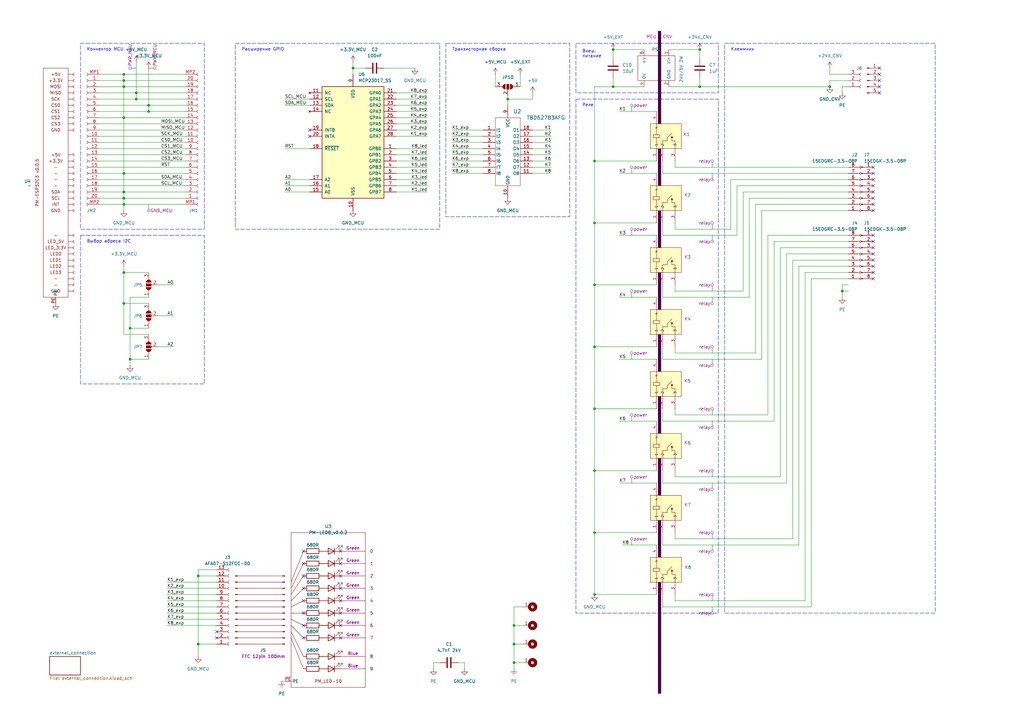
<source format=kicad_sch>
(kicad_sch (version 20250114) (generator "eeschema") (generator_version "9.0")
  (paper "A3")
  (title_block (title "${article} v${version}") (date "2024-05-29") (comment 2 "Konstantin"))
  (rectangle (start 269.875 12.7) (end 271.145 284.48) (stroke (width 0) (type dot) (color 72 0 72 1)) (fill (type color) (color 72 0 72 1)))
  (rectangle (start 96.52 17.78) (end 180.34 93.98) (stroke (width 0) (type dash)))
  (rectangle (start 33.02 96.52) (end 83.82 157.48) (stroke (width 0) (type dash)))
  (rectangle (start 33.02 17.78) (end 83.82 93.98) (stroke (width 0) (type dash)))
  (rectangle (start 236.22 40.64) (end 294.64 251.46) (stroke (width 0) (type dash)))
  (rectangle (start 297.18 17.78) (end 383.54 251.46) (stroke (width 0) (type dash)))
  (rectangle (start 182.88 17.78) (end 233.68 88.9) (stroke (width 0) (type dash)))
  (rectangle (start 236.22 17.78) (end 294.64 38.1) (stroke (width 0) (type dash)))
  (text "MCU" (at 269.24 15.24 0) (effects (font (size 1.27 1.27)) (justify right)))
  (text "CNV" (at 271.78 15.24 0) (effects (font (size 1.27 1.27)) (justify left)))
  (text "Выбор адреса I2C" (at 35.56 99.06 0) (effects (font (size 1.27 1.27)) (justify left)))
  (text "Расширение GPIO" (at 99.06 20.32 0) (effects (font (size 1.27 1.27)) (justify left)))
  (text "Транзисторная сборка" (at 185.42 20.32 0) (effects (font (size 1.27 1.27)) (justify left)))
  (text "Реле" (at 238.76 43.18 0) (effects (font (size 1.27 1.27)) (justify left)))
  (text "Клеммник" (at 299.72 20.32 0) (effects (font (size 1.27 1.27)) (justify left)))
  (text "Внеш.\nпитание" (at 238.76 20.32 0) (effects (font (size 1.27 1.27)) (justify left top)))
  (text "Коннектор MCU" (at 35.56 20.32 0) (effects (font (size 1.27 1.27)) (justify left)))
  (junction (at 53.34 134.62))
  (junction (at 251.46 20.32))
  (junction (at 243.84 243.84))
  (junction (at 243.84 142.24))
  (junction (at 251.46 35.56))
  (junction (at 50.8 48.26))
  (junction (at 144.78 27.94))
  (junction (at 243.84 218.44))
  (junction (at 55.88 40.64))
  (junction (at 50.8 33.02))
  (junction (at 243.84 167.64))
  (junction (at 243.84 66.04))
  (junction (at 53.34 147.32))
  (junction (at 60.96 43.18))
  (junction (at 50.8 35.56))
  (junction (at 345.44 119.38))
  (junction (at 81.28 264.16))
  (junction (at 50.8 30.48))
  (junction (at 210.82 271.78))
  (junction (at 287.02 35.56))
  (junction (at 50.8 78.74))
  (junction (at 210.82 264.16))
  (junction (at 50.8 71.12))
  (junction (at 50.8 124.46))
  (junction (at 287.02 20.32))
  (junction (at 340.36 35.56))
  (junction (at 50.8 81.28))
  (junction (at 55.88 38.1))
  (junction (at 50.8 83.82))
  (junction (at 210.82 256.54))
  (junction (at 208.28 40.64))
  (junction (at 243.84 193.04))
  (junction (at 81.28 236.22))
  (junction (at 50.8 111.76))
  (junction (at 243.84 116.84))
  (junction (at 60.96 45.72))
  (junction (at 243.84 91.44))
  (no_connect (at 124.46 256.54))
  (no_connect (at 358.14 83.82))
  (no_connect (at 358.14 96.52))
  (no_connect (at 127 53.34))
  (no_connect (at 127 55.88))
  (no_connect (at 124.46 231.14))
  (no_connect (at 358.14 78.74))
  (no_connect (at 358.14 99.06))
  (no_connect (at 358.14 73.66))
  (no_connect (at 360.68 35.56))
  (no_connect (at 88.9 259.08))
  (no_connect (at 139.7 256.54))
  (no_connect (at 358.14 86.36))
  (no_connect (at 360.68 38.1))
  (no_connect (at 124.46 226.06))
  (no_connect (at 124.46 246.38))
  (no_connect (at 360.68 27.94))
  (no_connect (at 124.46 236.22))
  (no_connect (at 88.9 261.62))
  (no_connect (at 358.14 71.12))
  (no_connect (at 358.14 101.6))
  (no_connect (at 358.14 106.68))
  (no_connect (at 360.68 30.48))
  (no_connect (at 358.14 81.28))
  (no_connect (at 139.7 251.46))
  (no_connect (at 139.7 261.62))
  (no_connect (at 139.7 231.14))
  (no_connect (at 358.14 114.3))
  (no_connect (at 360.68 33.02))
  (no_connect (at 139.7 241.3))
  (no_connect (at 124.46 241.3))
  (no_connect (at 358.14 76.2))
  (no_connect (at 139.7 236.22))
  (no_connect (at 358.14 109.22))
  (no_connect (at 139.7 246.38))
  (no_connect (at 358.14 68.58))
  (no_connect (at 139.7 226.06))
  (no_connect (at 124.46 261.62))
  (no_connect (at 358.14 111.76))
  (no_connect (at 124.46 251.46))
  (no_connect (at 358.14 104.14))
  (wire (pts (xy 185.42 68.58) (xy 198.12 68.58)))
  (wire (pts (xy 210.82 248.92) (xy 210.82 256.54)))
  (wire (pts (xy 269.24 243.84) (xy 243.84 243.84)))
  (wire (pts (xy 185.42 58.42) (xy 198.12 58.42)))
  (wire (pts (xy 60.96 124.46) (xy 50.8 124.46)))
  (wire (pts (xy 175.26 55.88) (xy 162.56 55.88)))
  (wire (pts (xy 175.26 45.72) (xy 162.56 45.72)))
  (wire (pts (xy 50.8 35.56) (xy 50.8 48.26)))
  (wire (pts (xy 226.06 66.04) (xy 218.44 66.04)))
  (wire (pts (xy 345.44 119.38) (xy 347.98 119.38)))
  (wire (pts (xy 185.42 55.88) (xy 198.12 55.88)))
  (wire (pts (xy 327.66 109.22) (xy 347.98 109.22)))
  (wire (pts (xy 185.42 63.5) (xy 198.12 63.5)))
  (wire (pts (xy 210.82 256.54) (xy 210.82 264.16)))
  (wire (pts (xy 88.9 254) (xy 68.58 254)))
  (wire (pts (xy 276.86 195.58) (xy 320.04 195.58)))
  (wire (pts (xy 190.5 274.32) (xy 190.5 271.78)))
  (wire (pts (xy 40.64 35.56) (xy 50.8 35.56)))
  (wire (pts (xy 271.78 248.92) (xy 271.78 243.84)))
  (wire (pts (xy 276.86 66.04) (xy 276.86 68.58)))
  (wire (pts (xy 347.98 78.74) (xy 304.8 78.74)))
  (wire (pts (xy 175.26 40.64) (xy 162.56 40.64)))
  (wire (pts (xy 271.78 248.92) (xy 332.74 248.92)))
  (wire (pts (xy 269.24 96.52) (xy 254 96.52)))
  (wire (pts (xy 304.8 119.38) (xy 304.8 78.74)))
  (wire (pts (xy 276.86 119.38) (xy 304.8 119.38)))
  (wire (pts (xy 50.8 35.56) (xy 76.2 35.56)))
  (wire (pts (xy 276.86 144.78) (xy 309.88 144.78)))
  (wire (pts (xy 271.78 71.12) (xy 347.98 71.12)))
  (wire (pts (xy 88.9 243.84) (xy 68.58 243.84)))
  (wire (pts (xy 144.78 27.94) (xy 149.86 27.94)))
  (wire (pts (xy 243.84 91.44) (xy 243.84 116.84)))
  (wire (pts (xy 210.82 271.78) (xy 214.63 271.78)))
  (wire (pts (xy 175.26 60.96) (xy 162.56 60.96)))
  (wire (pts (xy 40.64 55.88) (xy 76.2 55.88)))
  (wire (pts (xy 88.9 256.54) (xy 68.58 256.54)))
  (wire (pts (xy 243.84 142.24) (xy 243.84 167.64)))
  (wire (pts (xy 50.8 71.12) (xy 76.2 71.12)))
  (wire (pts (xy 116.84 43.18) (xy 127 43.18)))
  (wire (pts (xy 276.86 116.84) (xy 276.86 119.38)))
  (wire (pts (xy 347.98 30.48) (xy 340.36 30.48)))
  (wire (pts (xy 276.86 142.24) (xy 276.86 144.78)))
  (wire (pts (xy 320.04 101.6) (xy 347.98 101.6)))
  (wire (pts (xy 40.64 48.26) (xy 50.8 48.26)))
  (wire (pts (xy 116.84 73.66) (xy 127 73.66)))
  (wire (pts (xy 276.86 218.44) (xy 276.86 220.98)))
  (wire (pts (xy 88.9 264.16) (xy 81.28 264.16)))
  (wire (pts (xy 40.64 83.82) (xy 50.8 83.82)))
  (wire (pts (xy 271.78 96.52) (xy 271.78 91.44)))
  (wire (pts (xy 299.72 73.66) (xy 299.72 93.98)))
  (wire (pts (xy 271.78 172.72) (xy 317.5 172.72)))
  (wire (pts (xy 157.48 27.94) (xy 170.18 27.94)))
  (wire (pts (xy 40.64 81.28) (xy 50.8 81.28)))
  (wire (pts (xy 60.96 147.32) (xy 53.34 147.32)))
  (wire (pts (xy 269.24 45.72) (xy 254 45.72)))
  (wire (pts (xy 210.82 274.32) (xy 210.82 271.78)))
  (wire (pts (xy 312.42 86.36) (xy 312.42 147.32)))
  (wire (pts (xy 50.8 81.28) (xy 76.2 81.28)))
  (wire (pts (xy 88.9 251.46) (xy 68.58 251.46)))
  (wire (pts (xy 226.06 68.58) (xy 218.44 68.58)))
  (wire (pts (xy 276.86 193.04) (xy 276.86 195.58)))
  (wire (pts (xy 40.64 58.42) (xy 76.2 58.42)))
  (wire (pts (xy 271.78 198.12) (xy 322.58 198.12)))
  (wire (pts (xy 116.84 60.96) (xy 127 60.96)))
  (wire (pts (xy 180.34 271.78) (xy 177.8 271.78)))
  (wire (pts (xy 208.28 40.64) (xy 208.28 43.18)))
  (wire (pts (xy 40.64 33.02) (xy 50.8 33.02)))
  (wire (pts (xy 345.44 35.56) (xy 345.44 38.1)))
  (wire (pts (xy 251.46 35.56) (xy 251.46 31.75)))
  (wire (pts (xy 332.74 114.3) (xy 332.74 248.92)))
  (wire (pts (xy 243.84 193.04) (xy 243.84 218.44)))
  (wire (pts (xy 40.64 68.58) (xy 76.2 68.58)))
  (wire (pts (xy 287.02 20.32) (xy 287.02 24.13)))
  (wire (pts (xy 243.84 116.84) (xy 269.24 116.84)))
  (wire (pts (xy 271.78 223.52) (xy 327.66 223.52)))
  (wire (pts (xy 243.84 116.84) (xy 243.84 142.24)))
  (wire (pts (xy 55.88 40.64) (xy 76.2 40.64)))
  (wire (pts (xy 274.32 20.32) (xy 287.02 20.32)))
  (wire (pts (xy 271.78 223.52) (xy 271.78 218.44)))
  (wire (pts (xy 175.26 43.18) (xy 162.56 43.18)))
  (wire (pts (xy 269.24 121.92) (xy 254 121.92)))
  (wire (pts (xy 325.12 106.68) (xy 325.12 220.98)))
  (wire (pts (xy 175.26 38.1) (xy 162.56 38.1)))
  (wire (pts (xy 175.26 63.5) (xy 162.56 63.5)))
  (wire (pts (xy 175.26 53.34) (xy 162.56 53.34)))
  (wire (pts (xy 269.24 223.52) (xy 255.27 223.52)))
  (wire (pts (xy 175.26 73.66) (xy 162.56 73.66)))
  (wire (pts (xy 243.84 167.64) (xy 269.24 167.64)))
  (wire (pts (xy 287.02 31.75) (xy 287.02 35.56)))
  (wire (pts (xy 175.26 76.2) (xy 162.56 76.2)))
  (wire (pts (xy 302.26 76.2) (xy 302.26 96.52)))
  (wire (pts (xy 347.98 83.82) (xy 309.88 83.82)))
  (wire (pts (xy 50.8 83.82) (xy 76.2 83.82)))
  (wire (pts (xy 271.78 198.12) (xy 271.78 193.04)))
  (wire (pts (xy 40.64 78.74) (xy 50.8 78.74)))
  (wire (pts (xy 330.2 111.76) (xy 330.2 246.38)))
  (wire (pts (xy 50.8 124.46) (xy 50.8 111.76)))
  (wire (pts (xy 50.8 78.74) (xy 50.8 81.28)))
  (wire (pts (xy 347.98 33.02) (xy 340.36 33.02)))
  (wire (pts (xy 218.44 38.1) (xy 218.44 40.64)))
  (wire (pts (xy 276.86 167.64) (xy 276.86 170.18)))
  (wire (pts (xy 226.06 71.12) (xy 218.44 71.12)))
  (wire (pts (xy 271.78 121.92) (xy 307.34 121.92)))
  (wire (pts (xy 81.28 236.22) (xy 81.28 264.16)))
  (wire (pts (xy 309.88 144.78) (xy 309.88 83.82)))
  (wire (pts (xy 185.42 53.34) (xy 198.12 53.34)))
  (wire (pts (xy 276.86 243.84) (xy 276.86 246.38)))
  (wire (pts (xy 185.42 66.04) (xy 198.12 66.04)))
  (wire (pts (xy 177.8 271.78) (xy 177.8 274.32)))
  (wire (pts (xy 214.63 256.54) (xy 210.82 256.54)))
  (wire (pts (xy 88.9 241.3) (xy 68.58 241.3)))
  (wire (pts (xy 322.58 104.14) (xy 347.98 104.14)))
  (wire (pts (xy 144.78 25.4) (xy 144.78 27.94)))
  (wire (pts (xy 175.26 50.8) (xy 162.56 50.8)))
  (wire (pts (xy 40.64 43.18) (xy 60.96 43.18)))
  (wire (pts (xy 325.12 106.68) (xy 347.98 106.68)))
  (wire (pts (xy 269.24 66.04) (xy 243.84 66.04)))
  (wire (pts (xy 185.42 60.96) (xy 198.12 60.96)))
  (wire (pts (xy 50.8 81.28) (xy 50.8 83.82)))
  (wire (pts (xy 88.9 233.68) (xy 81.28 233.68)))
  (wire (pts (xy 64.77 129.54) (xy 71.12 129.54)))
  (wire (pts (xy 276.86 68.58) (xy 347.98 68.58)))
  (wire (pts (xy 64.77 116.84) (xy 71.12 116.84)))
  (wire (pts (xy 276.86 246.38) (xy 330.2 246.38)))
  (wire (pts (xy 214.63 248.92) (xy 210.82 248.92)))
  (wire (pts (xy 50.8 33.02) (xy 76.2 33.02)))
  (wire (pts (xy 271.78 121.92) (xy 271.78 116.84)))
  (wire (pts (xy 307.34 81.28) (xy 307.34 121.92)))
  (wire (pts (xy 317.5 99.06) (xy 347.98 99.06)))
  (wire (pts (xy 40.64 63.5) (xy 76.2 63.5)))
  (wire (pts (xy 345.44 116.84) (xy 345.44 119.38)))
  (wire (pts (xy 40.64 66.04) (xy 76.2 66.04)))
  (wire (pts (xy 320.04 101.6) (xy 320.04 195.58)))
  (wire (pts (xy 88.9 238.76) (xy 68.58 238.76)))
  (wire (pts (xy 175.26 68.58) (xy 162.56 68.58)))
  (wire (pts (xy 53.34 121.92) (xy 53.34 134.62)))
  (wire (pts (xy 203.2 30.48) (xy 203.2 35.56)))
  (wire (pts (xy 116.84 78.74) (xy 127 78.74)))
  (wire (pts (xy 50.8 71.12) (xy 50.8 78.74)))
  (wire (pts (xy 243.84 167.64) (xy 243.84 193.04)))
  (wire (pts (xy 276.86 220.98) (xy 325.12 220.98)))
  (wire (pts (xy 40.64 40.64) (xy 55.88 40.64)))
  (wire (pts (xy 53.34 134.62) (xy 53.34 147.32)))
  (wire (pts (xy 190.5 271.78) (xy 187.96 271.78)))
  (wire (pts (xy 347.98 116.84) (xy 345.44 116.84)))
  (wire (pts (xy 276.86 91.44) (xy 276.86 93.98)))
  (wire (pts (xy 50.8 111.76) (xy 60.96 111.76)))
  (wire (pts (xy 50.8 137.16) (xy 50.8 124.46)))
  (wire (pts (xy 50.8 83.82) (xy 50.8 86.36)))
  (wire (pts (xy 269.24 71.12) (xy 254 71.12)))
  (wire (pts (xy 226.06 60.96) (xy 218.44 60.96)))
  (wire (pts (xy 276.86 93.98) (xy 299.72 93.98)))
  (wire (pts (xy 276.86 170.18) (xy 314.96 170.18)))
  (wire (pts (xy 210.82 264.16) (xy 210.82 271.78)))
  (wire (pts (xy 243.84 218.44) (xy 269.24 218.44)))
  (wire (pts (xy 81.28 233.68) (xy 81.28 236.22)))
  (wire (pts (xy 347.98 76.2) (xy 302.26 76.2)))
  (wire (pts (xy 185.42 71.12) (xy 198.12 71.12)))
  (wire (pts (xy 226.06 63.5) (xy 218.44 63.5)))
  (wire (pts (xy 50.8 78.74) (xy 76.2 78.74)))
  (wire (pts (xy 271.78 147.32) (xy 271.78 142.24)))
  (wire (pts (xy 55.88 25.4) (xy 55.88 38.1)))
  (wire (pts (xy 271.78 147.32) (xy 312.42 147.32)))
  (wire (pts (xy 40.64 45.72) (xy 60.96 45.72)))
  (wire (pts (xy 208.28 39.37) (xy 208.28 40.64)))
  (wire (pts (xy 345.44 119.38) (xy 345.44 121.92)))
  (wire (pts (xy 287.02 35.56) (xy 274.32 35.56)))
  (wire (pts (xy 88.9 248.92) (xy 68.58 248.92)))
  (wire (pts (xy 81.28 236.22) (xy 88.9 236.22)))
  (wire (pts (xy 243.84 193.04) (xy 269.24 193.04)))
  (wire (pts (xy 314.96 96.52) (xy 314.96 170.18)))
  (wire (pts (xy 60.96 43.18) (xy 76.2 43.18)))
  (wire (pts (xy 214.63 264.16) (xy 210.82 264.16)))
  (wire (pts (xy 314.96 96.52) (xy 347.98 96.52)))
  (wire (pts (xy 40.64 76.2) (xy 76.2 76.2)))
  (wire (pts (xy 175.26 66.04) (xy 162.56 66.04)))
  (wire (pts (xy 271.78 96.52) (xy 302.26 96.52)))
  (wire (pts (xy 175.26 71.12) (xy 162.56 71.12)))
  (wire (pts (xy 340.36 30.48) (xy 340.36 27.94)))
  (wire (pts (xy 116.84 40.64) (xy 127 40.64)))
  (wire (pts (xy 264.16 20.32) (xy 251.46 20.32)))
  (wire (pts (xy 269.24 172.72) (xy 254 172.72)))
  (wire (pts (xy 347.98 86.36) (xy 312.42 86.36)))
  (wire (pts (xy 40.64 60.96) (xy 76.2 60.96)))
  (wire (pts (xy 213.36 30.48) (xy 213.36 35.56)))
  (wire (pts (xy 55.88 38.1) (xy 76.2 38.1)))
  (wire (pts (xy 347.98 111.76) (xy 330.2 111.76)))
  (wire (pts (xy 226.06 53.34) (xy 218.44 53.34)))
  (wire (pts (xy 115.57 279.4) (xy 116.84 279.4)))
  (wire (pts (xy 347.98 114.3) (xy 332.74 114.3)))
  (wire (pts (xy 243.84 66.04) (xy 243.84 91.44)))
  (wire (pts (xy 40.64 53.34) (xy 76.2 53.34)))
  (wire (pts (xy 116.84 76.2) (xy 127 76.2)))
  (wire (pts (xy 226.06 55.88) (xy 218.44 55.88)))
  (wire (pts (xy 50.8 33.02) (xy 50.8 35.56)))
  (wire (pts (xy 175.26 78.74) (xy 162.56 78.74)))
  (wire (pts (xy 60.96 27.94) (xy 60.96 43.18)))
  (wire (pts (xy 269.24 91.44) (xy 243.84 91.44)))
  (wire (pts (xy 50.8 48.26) (xy 76.2 48.26)))
  (wire (pts (xy 269.24 147.32) (xy 254 147.32)))
  (wire (pts (xy 60.96 121.92) (xy 53.34 121.92)))
  (wire (pts (xy 243.84 218.44) (xy 243.84 243.84)))
  (wire (pts (xy 40.64 73.66) (xy 76.2 73.66)))
  (wire (pts (xy 271.78 71.12) (xy 271.78 66.04)))
  (wire (pts (xy 347.98 35.56) (xy 345.44 35.56)))
  (wire (pts (xy 60.96 43.18) (xy 60.96 45.72)))
  (wire (pts (xy 60.96 45.72) (xy 76.2 45.72)))
  (wire (pts (xy 64.77 142.24) (xy 71.12 142.24)))
  (wire (pts (xy 40.64 30.48) (xy 50.8 30.48)))
  (wire (pts (xy 175.26 48.26) (xy 162.56 48.26)))
  (wire (pts (xy 144.78 27.94) (xy 144.78 30.48)))
  (wire (pts (xy 50.8 30.48) (xy 76.2 30.48)))
  (wire (pts (xy 327.66 109.22) (xy 327.66 223.52)))
  (wire (pts (xy 53.34 147.32) (xy 53.34 149.86)))
  (wire (pts (xy 88.9 246.38) (xy 68.58 246.38)))
  (wire (pts (xy 271.78 172.72) (xy 271.78 167.64)))
  (wire (pts (xy 40.64 38.1) (xy 55.88 38.1)))
  (wire (pts (xy 81.28 264.16) (xy 81.28 269.24)))
  (wire (pts (xy 40.64 71.12) (xy 50.8 71.12)))
  (wire (pts (xy 50.8 30.48) (xy 50.8 33.02)))
  (wire (pts (xy 50.8 48.26) (xy 50.8 71.12)))
  (wire (pts (xy 40.64 50.8) (xy 76.2 50.8)))
  (wire (pts (xy 60.96 134.62) (xy 53.34 134.62)))
  (wire (pts (xy 317.5 99.06) (xy 317.5 172.72)))
  (wire (pts (xy 243.84 35.56) (xy 243.84 66.04)))
  (wire (pts (xy 226.06 58.42) (xy 218.44 58.42)))
  (wire (pts (xy 347.98 81.28) (xy 307.34 81.28)))
  (wire (pts (xy 251.46 20.32) (xy 251.46 24.13)))
  (wire (pts (xy 264.16 35.56) (xy 251.46 35.56)))
  (wire (pts (xy 269.24 198.12) (xy 254 198.12)))
  (wire (pts (xy 340.36 33.02) (xy 340.36 35.56)))
  (wire (pts (xy 55.88 38.1) (xy 55.88 40.64)))
  (wire (pts (xy 50.8 109.22) (xy 50.8 111.76)))
  (wire (pts (xy 287.02 35.56) (xy 340.36 35.56)))
  (wire (pts (xy 218.44 40.64) (xy 208.28 40.64)))
  (wire (pts (xy 60.96 137.16) (xy 50.8 137.16)))
  (wire (pts (xy 299.72 73.66) (xy 347.98 73.66)))
  (wire (pts (xy 243.84 35.56) (xy 251.46 35.56)))
  (wire (pts (xy 322.58 104.14) (xy 322.58 198.12)))
  (wire (pts (xy 243.84 142.24) (xy 269.24 142.24)))
  (label "K8_led" (at 175.26 60.96 180))
  (label "A1" (at 116.84 76.2 0))
  (label "K4" (at 226.06 60.96 180))
  (label "A0" (at 116.84 78.74 0))
  (label "K6_exp" (at 175.26 43.18 180))
  (label "A2" (at 116.84 73.66 0))
  (label "CS1_MCU" (at 66.04 60.96 0))
  (label "CS2_MCU" (at 66.04 63.5 0))
  (label "K7_exp" (at 185.42 68.58 0))
  (label "K6_exp" (at 68.58 251.46 0))
  (label "A1" (at 71.12 129.54 180))
  (label "K5_exp" (at 175.26 45.72 180))
  (label "K2_exp" (at 185.42 55.88 0))
  (label "K5_exp" (at 185.42 63.5 0))
  (label "A0" (at 71.12 116.84 180))
  (label "MOSI_MCU" (at 66.04 50.8 0))
  (label "K2_exp" (at 175.26 53.34 180))
  (label "CS0_MCU" (at 66.04 58.42 0))
  (label "K2" (at 254 71.12 0))
  (label "K1_exp" (at 185.42 53.34 0))
  (label "SCL_MCU" (at 116.84 40.64 0))
  (label "K3" (at 226.06 58.42 180))
  (label "K8_exp" (at 185.42 71.12 0))
  (label "K7_exp" (at 68.58 254 0))
  (label "K1_led" (at 175.26 78.74 180))
  (label "SCL_MCU" (at 66.04 76.2 0))
  (label "K4" (at 254 121.92 0))
  (label "MISO_MCU" (at 66.04 53.34 0))
  (label "K3" (at 254 96.52 0))
  (label "K8" (at 226.06 71.12 180))
  (label "K1_exp" (at 68.58 238.76 0))
  (label "K1" (at 226.06 53.34 180))
  (label "K4_exp" (at 185.42 60.96 0))
  (label "K5_led" (at 175.26 68.58 180))
  (label "K7" (at 226.06 68.58 180))
  (label "K2_led" (at 175.26 76.2 180))
  (label "K2" (at 226.06 55.88 180))
  (label "K3_exp" (at 185.42 58.42 0))
  (label "RST" (at 66.04 68.58 0))
  (label "K4_exp" (at 68.58 246.38 0))
  (label "K7_exp" (at 175.26 40.64 180))
  (label "K2_exp" (at 68.58 241.3 0))
  (label "K8" (at 255.27 223.52 0))
  (label "K8_exp" (at 68.58 256.54 0))
  (label "K4_exp" (at 175.26 48.26 180))
  (label "K6_exp" (at 185.42 66.04 0))
  (label "K5_exp" (at 68.58 248.92 0))
  (label "K3_exp" (at 175.26 50.8 180))
  (label "K1_exp" (at 175.26 55.88 180))
  (label "A2" (at 71.12 142.24 180))
  (label "SCK_MCU" (at 66.04 55.88 0))
  (label "K3_led" (at 175.26 73.66 180))
  (label "K6" (at 226.06 66.04 180))
  (label "K6" (at 254 172.72 0))
  (label "K1" (at 254 45.72 0))
  (label "K3_exp" (at 68.58 243.84 0))
  (label "SDA_MCU" (at 116.84 43.18 0))
  (label "K7_led" (at 175.26 63.5 180))
  (label "K6_led" (at 175.26 66.04 180))
  (label "SDA_MCU" (at 66.04 73.66 0))
  (label "K5" (at 254 147.32 0))
  (label "CS3_MCU" (at 66.04 66.04 0))
  (label "K7" (at 254 198.12 0))
  (label "K5" (at 226.06 63.5 180))
  (label "K4_led" (at 175.26 71.12 180))
  (label "RST" (at 116.84 60.96 0))
  (label "K8_exp" (at 175.26 38.1 180))
  (netclass_flag "" (length 2.54) (shape round) (at 259.08 71.12 0) (property "Netclass" "power" (at 259.7785 68.58 0) (effects (font (italic yes)) (justify left))))
  (netclass_flag "" (length 2.54) (shape round) (at 292.1 172.72 180) (property "Netclass" "relay" (at 291.4015 175.26 0) (effects (font (italic yes)) (justify right))))
  (netclass_flag "" (length 2.54) (shape round) (at 292.1 170.18 0) (property "Netclass" "relay" (at 291.4015 167.64 0) (effects (font (italic yes)) (justify right))))
  (netclass_flag "" (length 2.54) (shape round) (at 259.08 147.32 0) (property "Netclass" "power" (at 259.7785 144.78 0) (effects (font (italic yes)) (justify left))))
  (netclass_flag "" (length 2.54) (shape round) (at 259.08 172.72 0) (property "Netclass" "power" (at 259.7785 170.18 0) (effects (font (italic yes)) (justify left))))
  (netclass_flag "" (length 2.54) (shape round) (at 292.1 68.58 0) (property "Netclass" "relay" (at 291.4015 66.04 0) (effects (font (italic yes)) (justify right))))
  (netclass_flag "" (length 2.54) (shape round) (at 292.1 71.12 180) (property "Netclass" "relay" (at 291.4015 73.66 0) (effects (font (italic yes)) (justify right))))
  (netclass_flag "" (length 2.54) (shape round) (at 259.08 45.72 0) (property "Netclass" "power" (at 259.7785 43.18 0) (effects (font (italic yes)) (justify left))))
  (netclass_flag "" (length 2.54) (shape round) (at 292.1 220.98 0) (property "Netclass" "relay" (at 291.4015 218.44 0) (effects (font (italic yes)) (justify right))))
  (netclass_flag "" (length 2.54) (shape round) (at 292.1 195.58 0) (property "Netclass" "relay" (at 291.4015 193.04 0) (effects (font (italic yes)) (justify right))))
  (netclass_flag "" (length 2.54) (shape round) (at 60.96 83.82 180) (property "Netclass" "GND_MCU" (at 61.6585 86.36 0) (effects (justify left))))
  (netclass_flag "" (length 2.54) (shape round) (at 292.1 223.52 180) (property "Netclass" "relay" (at 291.4015 226.06 0) (effects (font (italic yes)) (justify right))))
  (netclass_flag "" (length 2.54) (shape round) (at 60.96 27.94 270) (property "Netclass" "PWR_MCU" (at 63.5 27.2415 90) (effects (font (italic yes)) (justify left))))
  (netclass_flag "" (length 2.54) (shape round) (at 292.1 93.98 0) (property "Netclass" "relay" (at 291.4015 91.44 0) (effects (font (italic yes)) (justify right))))
  (netclass_flag "" (length 2.54) (shape round) (at 259.08 198.12 0) (property "Netclass" "power" (at 259.7785 195.58 0) (effects (font (italic yes)) (justify left))))
  (netclass_flag "" (length 2.54) (shape round) (at 292.1 147.32 180) (property "Netclass" "relay" (at 291.4015 149.86 0) (effects (font (italic yes)) (justify right))))
  (netclass_flag "" (length 2.54) (shape round) (at 292.1 246.38 0) (property "Netclass" "relay" (at 291.4015 243.84 0) (effects (font (italic yes)) (justify right))))
  (netclass_flag "" (length 2.54) (shape round) (at 259.08 223.52 0) (property "Netclass" "power" (at 259.7785 220.98 0) (effects (font (italic yes)) (justify left))))
  (netclass_flag "" (length 2.54) (shape round) (at 259.08 96.52 0) (property "Netclass" "power" (at 259.7785 93.98 0) (effects (font (italic yes)) (justify left))))
  (netclass_flag "" (length 2.54) (shape round) (at 292.1 119.38 0) (property "Netclass" "relay" (at 291.4015 116.84 0) (effects (font (italic yes)) (justify right))))
  (netclass_flag "" (length 2.54) (shape round) (at 292.1 121.92 180) (property "Netclass" "relay" (at 291.4015 124.46 0) (effects (font (italic yes)) (justify right))))
  (netclass_flag "" (length 2.54) (shape round) (at 292.1 198.12 180) (property "Netclass" "relay" (at 291.4015 200.66 0) (effects (font (italic yes)) (justify right))))
  (netclass_flag "" (length 2.54) (shape round) (at 292.1 144.78 0) (property "Netclass" "relay" (at 291.4015 142.24 0) (effects (font (italic yes)) (justify right))))
  (netclass_flag "" (length 2.54) (shape round) (at 292.1 248.92 180) (property "Netclass" "relay" (at 291.4015 251.46 0) (effects (font (italic yes)) (justify right))))
  (netclass_flag "" (length 2.54) (shape round) (at 292.1 96.52 180) (property "Netclass" "relay" (at 291.4015 99.06 0) (effects (font (italic yes)) (justify right))))
  (netclass_flag "" (length 2.54) (shape round) (at 55.88 27.94 90) (property "Netclass" "PWR_MCU" (at 53.34 27.2415 90) (effects (font (italic yes)) (justify left))))
  (netclass_flag "" (length 2.54) (shape round) (at 259.08 121.92 0) (property "Netclass" "power" (at 259.7785 119.38 0) (effects (font (italic yes)) (justify left))))
  (symbol (lib_id "kicad_inventree_lib:R_680R_0603_1%") (at 128.27 226.06 90) (unit 1) (on_board no)
    (property "Reference" "R34" (effects (hide yes)))
    (property "Value" "680R" (at 128.27 223.52 90))
    (property "Footprint" "Resistor_SMD:R_0603_1608Metric" (effects (hide yes)))
    (property "Datasheet" "http://inventree.network/part/281/" (effects (hide yes)))
    (property "Description" "Resistor" (effects (hide yes)))
    (property "part_ipn" "R_680R_0603_1%" (effects (hide yes)))
  )
  (symbol (lib_id "kicad_inventree_lib:XL-1606SYGC") (at 135.89 246.38 180) (unit 1) (on_board no)
    (property "Reference" "D5" (effects (hide yes)))
    (property "Value" "XL-1606SYGC" (effects (hide yes)))
    (property "Footprint" "kicad_inventree_lib:XL-1606" (effects (hide yes)))
    (property "Datasheet" "http://inventree.network/part/278/" (effects (hide yes)))
    (property "Description" "Green" (at 144.78 245.11 0))
    (property "part_ipn" "XL-1606SYGC" (effects (hide yes)))
  )
  (symbol (lib_id "power:+24V") (at 340.36 27.94 0) (unit 1)
    (property "Reference" "#PWR013" (effects (hide yes)))
    (property "Value" "+24V_CNV" (at 340.36 22.86 0))
    (property "Description" "Power symbol creates a global label with name \"+24V\"" (effects (hide yes)))
  )
  (symbol (lib_id "power:GND") (at 345.44 38.1 0) (mirror y) (unit 1)
    (property "Reference" "#PWR027" (effects (hide yes)))
    (property "Value" "PE" (at 345.44 43.18 0))
    (property "Description" "Power symbol creates a global label with name \"GND\" , ground" (effects (hide yes)))
  )
  (symbol (lib_id "kicad_inventree_lib:G5NB-1A-E-DC5") (at 269.24 170.18 90) (unit 1)
    (property "Reference" "K5" (at 280.67 156.2099 90) (effects (justify right)))
    (property "Value" "G5NB-1A-E-DC5" (effects (hide yes)))
    (property "Footprint" "kicad_inventree_lib:G5NB-1A-E_DC12_RELAY_G5NB-1A_DC5_OMR" (effects (hide yes)))
    (property "Datasheet" "http://inventree.network/part/14/" (effects (hide yes)))
    (property "MF" "Omron Electronics Inc-EMC Div" (effects (hide yes)))
    (property "Description_1" "\nPower PCB Relay, 3A/5A, SPST-NO, 12 VDC, G5NB Series | Omron Electronic Components G5NB-1A-E DC12\n" (effects (hide yes)))
    (property "COPYRIGHT" "Copyright (C) 2023 Ultra Librarian. All rights reserved." (effects (hide yes)))
    (property "Package" "None" (effects (hide yes)))
    (property "Price" "None" (effects (hide yes)))
    (property "Check_prices" "https://www.snapeda.com/parts/G5NB-1A-E%20DC12/Omron+Electronics+Inc-EMC+Div/view-part/?ref=eda" (effects (hide yes)))
    (property "Availability" "In Stock" (effects (hide yes)))
    (property "SnapEDA_Link" "https://www.snapeda.com/parts/G5NB-1A-E%20DC12/Omron+Electronics+Inc-EMC+Div/view-part/?ref=snap" (effects (hide yes)))
    (property "MP" "G5NB-1A-E DC12" (effects (hide yes)))
    (property "Purchase-URL" "https://www.snapeda.com/api/url_track_click_mouser/?unipart_id=3078279&manufacturer=Omron Electronics Inc-EMC Div&part_name=G5NB-1A-E DC12&search_term=g5nb" (effects (hide yes)))
    (property "MFR_NAME" "Omron" (effects (hide yes)))
    (property "MANUFACTURER_PART_NUMBER" "G5NB-1A-E DC12" (effects (hide yes)))
    (property "NextPCB_url" "https://www.hqonline.com/product-detail/oumulong-omron--g5nb-1a-e-5vdc-1025587015" (effects (hide yes)))
    (property "NextPCB_price" "0.88519" (effects (hide yes)))
    (property "part_ipn" "G5NB-1A-E-DC5" (effects (hide yes)))
  )
  (symbol (lib_id "power:+5V") (at 203.2 30.48 0) (unit 1)
    (property "Reference" "#PWR025" (effects (hide yes)))
    (property "Value" "+5V_MCU" (at 203.2 25.4 0))
    (property "Description" "Power symbol creates a global label with name \"+5V\"" (effects (hide yes)))
  )
  (symbol (lib_id "kicad_inventree_lib:G5NB-1A-E-DC5") (at 269.24 119.38 90) (unit 1)
    (property "Reference" "K3" (at 280.67 105.4099 90) (effects (justify right)))
    (property "Value" "G5NB-1A-E-DC5" (effects (hide yes)))
    (property "Footprint" "kicad_inventree_lib:G5NB-1A-E_DC12_RELAY_G5NB-1A_DC5_OMR" (effects (hide yes)))
    (property "Datasheet" "http://inventree.network/part/14/" (effects (hide yes)))
    (property "MF" "Omron Electronics Inc-EMC Div" (effects (hide yes)))
    (property "Description_1" "\nPower PCB Relay, 3A/5A, SPST-NO, 12 VDC, G5NB Series | Omron Electronic Components G5NB-1A-E DC12\n" (effects (hide yes)))
    (property "COPYRIGHT" "Copyright (C) 2023 Ultra Librarian. All rights reserved." (effects (hide yes)))
    (property "Package" "None" (effects (hide yes)))
    (property "Price" "None" (effects (hide yes)))
    (property "Check_prices" "https://www.snapeda.com/parts/G5NB-1A-E%20DC12/Omron+Electronics+Inc-EMC+Div/view-part/?ref=eda" (effects (hide yes)))
    (property "Availability" "In Stock" (effects (hide yes)))
    (property "SnapEDA_Link" "https://www.snapeda.com/parts/G5NB-1A-E%20DC12/Omron+Electronics+Inc-EMC+Div/view-part/?ref=snap" (effects (hide yes)))
    (property "MP" "G5NB-1A-E DC12" (effects (hide yes)))
    (property "Purchase-URL" "https://www.snapeda.com/api/url_track_click_mouser/?unipart_id=3078279&manufacturer=Omron Electronics Inc-EMC Div&part_name=G5NB-1A-E DC12&search_term=g5nb" (effects (hide yes)))
    (property "MFR_NAME" "Omron" (effects (hide yes)))
    (property "MANUFACTURER_PART_NUMBER" "G5NB-1A-E DC12" (effects (hide yes)))
    (property "NextPCB_url" "https://www.hqonline.com/product-detail/oumulong-omron--g5nb-1a-e-5vdc-1025587015" (effects (hide yes)))
    (property "NextPCB_price" "0.88519" (effects (hide yes)))
    (property "part_ipn" "G5NB-1A-E-DC5" (effects (hide yes)))
  )
  (symbol (lib_id "kicad_inventree_lib:R_680R_0603_1%") (at 128.27 251.46 90) (unit 1) (on_board no)
    (property "Reference" "R39" (effects (hide yes)))
    (property "Value" "680R" (at 128.27 248.92 90))
    (property "Footprint" "Resistor_SMD:R_0603_1608Metric" (effects (hide yes)))
    (property "Datasheet" "http://inventree.network/part/281/" (effects (hide yes)))
    (property "Description" "Resistor" (effects (hide yes)))
    (property "part_ipn" "R_680R_0603_1%" (effects (hide yes)))
  )
  (symbol (lib_id "kicad_inventree_lib:G5NB-1A-E-DC5") (at 269.24 246.38 90) (unit 1)
    (property "Reference" "K8" (at 282.194 232.664 90))
    (property "Value" "G5NB-1A-E-DC5" (effects (hide yes)))
    (property "Footprint" "kicad_inventree_lib:G5NB-1A-E_DC12_RELAY_G5NB-1A_DC5_OMR" (effects (hide yes)))
    (property "Datasheet" "http://inventree.network/part/14/" (effects (hide yes)))
    (property "MF" "Omron Electronics Inc-EMC Div" (effects (hide yes)))
    (property "Description_1" "\nPower PCB Relay, 3A/5A, SPST-NO, 12 VDC, G5NB Series | Omron Electronic Components G5NB-1A-E DC12\n" (effects (hide yes)))
    (property "COPYRIGHT" "Copyright (C) 2023 Ultra Librarian. All rights reserved." (effects (hide yes)))
    (property "Package" "None" (effects (hide yes)))
    (property "Price" "None" (effects (hide yes)))
    (property "Check_prices" "https://www.snapeda.com/parts/G5NB-1A-E%20DC12/Omron+Electronics+Inc-EMC+Div/view-part/?ref=eda" (effects (hide yes)))
    (property "Availability" "In Stock" (effects (hide yes)))
    (property "SnapEDA_Link" "https://www.snapeda.com/parts/G5NB-1A-E%20DC12/Omron+Electronics+Inc-EMC+Div/view-part/?ref=snap" (effects (hide yes)))
    (property "MP" "G5NB-1A-E DC12" (effects (hide yes)))
    (property "Purchase-URL" "https://www.snapeda.com/api/url_track_click_mouser/?unipart_id=3078279&manufacturer=Omron Electronics Inc-EMC Div&part_name=G5NB-1A-E DC12&search_term=g5nb" (effects (hide yes)))
    (property "MFR_NAME" "Omron" (effects (hide yes)))
    (property "MANUFACTURER_PART_NUMBER" "G5NB-1A-E DC12" (effects (hide yes)))
    (property "NextPCB_url" "https://www.hqonline.com/product-detail/oumulong-omron--g5nb-1a-e-5vdc-1025587015" (effects (hide yes)))
    (property "NextPCB_price" "0.88519" (effects (hide yes)))
    (property "part_ipn" "G5NB-1A-E-DC5" (effects (hide yes)))
  )
  (symbol (lib_id "power:GND") (at 340.36 35.56 0) (unit 1)
    (property "Reference" "#PWR03" (effects (hide yes)))
    (property "Value" "GND_CNV" (at 340.36 40.64 0))
    (property "Description" "Power symbol creates a global label with name \"GND\" , ground" (effects (hide yes)))
  )
  (symbol (lib_id "kicad_inventree_lib:B2405S-2WR3") (at 269.24 22.86 0) (mirror y) (unit 1)
    (property "Reference" "PS1" (at 269.24 20.32 0))
    (property "Value" "24V/5V 2W" (at 279.4 22.86 90) (effects (justify right)))
    (property "Footprint" "kicad_inventree_lib:B2405LS-1WR3" (effects (hide yes)))
    (property "part_ipn" "B2405S-2WR3" (effects (hide yes)))
  )
  (symbol (lib_id "power:+5V") (at 55.88 25.4 0) (unit 1)
    (property "Reference" "#PWR05" (effects (hide yes)))
    (property "Value" "+5V_MCU" (at 55.88 20.32 0))
    (property "Description" "Power symbol creates a global label with name \"+5V\"" (effects (hide yes)))
  )
  (symbol (lib_id "kicad_inventree_lib:15EDGRC-3.5-08P") (at 353.06 104.14 0) (mirror x) (unit 1)
    (property "Reference" "J4" (at 351.79 91.44 0) (effects (justify right)))
    (property "Value" "15EDGRC-3.5-08P" (at 351.79 93.98 0) (effects (justify right)))
    (property "Footprint" "kicad_inventree_lib:15EDGRC-3.5-08P" (effects (hide yes)))
    (property "Description" "Generic connector, single row, 01x09, script generated" (effects (hide yes)))
    (property "part_ipn" "15EDGRC-3.5-08P" (effects (hide yes)))
  )
  (symbol (lib_id "power:Earth") (at 115.57 279.4 0) (unit 1)
    (property "Reference" "#PWR022" (effects (hide yes)))
    (property "Value" "PE" (at 115.57 284.48 0))
    (property "Description" "Power symbol creates a global label with name \"Earth\"" (effects (hide yes)))
  )
  (symbol (lib_id "power:GND") (at 50.8 86.36 0) (unit 1)
    (property "Reference" "#PWR04" (effects (hide yes)))
    (property "Value" "GND_MCU" (at 50.8 91.44 0))
    (property "Description" "Power symbol creates a global label with name \"GND\" , ground" (effects (hide yes)))
  )
  (symbol (lib_id "kicad_inventree_lib:XL-1606SYGC") (at 135.89 251.46 180) (unit 1) (on_board no)
    (property "Reference" "D6" (effects (hide yes)))
    (property "Value" "XL-1606SYGC" (effects (hide yes)))
    (property "Footprint" "kicad_inventree_lib:XL-1606" (effects (hide yes)))
    (property "Datasheet" "http://inventree.network/part/278/" (effects (hide yes)))
    (property "Description" "Green" (at 144.78 250.19 0))
    (property "part_ipn" "XL-1606SYGC" (effects (hide yes)))
  )
  (symbol (lib_id "kicad_inventree_lib:XL-1606SYGC") (at 135.89 231.14 180) (unit 1) (on_board no)
    (property "Reference" "D2" (effects (hide yes)))
    (property "Value" "XL-1606SYGC" (effects (hide yes)))
    (property "Footprint" "kicad_inventree_lib:XL-1606" (effects (hide yes)))
    (property "Datasheet" "http://inventree.network/part/278/" (effects (hide yes)))
    (property "Description" "Green" (at 144.78 229.87 0))
    (property "part_ipn" "XL-1606SYGC" (effects (hide yes)))
  )
  (symbol (lib_id "kicad_inventree_lib:15EDGK-3.5-05P") (at 355.6 38.1 0) (unit 1) (on_board no)
    (property "Reference" "J10" (effects (hide yes)))
    (property "Value" "15EDGK-3.5-05P" (effects (hide yes)))
    (property "Datasheet" "http://inventree.network/part/250/" (effects (hide yes)))
    (property "Description" "Generic connector, single row, 01x10, script generated" (effects (hide yes)))
    (property "part_ipn" "15EDGK-3.5-05P" (effects (hide yes)))
  )
  (symbol (lib_id "kicad_inventree_lib:TBD62783AFG") (at 187.96 53.34 0) (unit 1)
    (property "Reference" "U2" (at 210.4741 45.72 0) (effects (font (size 1.524 1.524)) (justify left)))
    (property "Value" "TBD62783AFG" (at 215.9 48.26 0) (effects (font (size 1.524 1.524)) (justify left)))
    (property "Footprint" "kicad_inventree_lib:SOP18-P-375-1p27_TOS-M" (effects (hide yes)))
    (property "Datasheet" "http://inventree.network/part/260/" (effects (hide yes)))
    (property "part_ipn" "TBD62783AFG" (effects (hide yes)))
  )
  (symbol (lib_id "kicad_inventree_lib:MountingHole_M4") (at 218.44 248.92 270) (unit 1) (exclude_from_sim yes) (in_bom no)
    (property "Reference" "H1" (effects (hide yes)))
    (property "Value" "M4" (effects (hide yes)))
    (property "Footprint" "MountingHole:MountingHole_4.3mm_M4_Pad_Via" (effects (hide yes)))
  )
  (symbol (lib_id "power:+24V") (at 287.02 20.32 0) (unit 1)
    (property "Reference" "#PWR020" (effects (hide yes)))
    (property "Value" "+24V_CNV" (at 287.02 15.24 0))
    (property "Description" "Power symbol creates a global label with name \"+24V\"" (effects (hide yes)))
  )
  (symbol (lib_id "kicad_inventree_lib:G5NB-1A-E-DC5") (at 269.24 93.98 90) (unit 1)
    (property "Reference" "K2" (at 280.67 80.0099 90) (effects (justify right)))
    (property "Value" "G5NB-1A-E-DC5" (effects (hide yes)))
    (property "Footprint" "kicad_inventree_lib:G5NB-1A-E_DC12_RELAY_G5NB-1A_DC5_OMR" (effects (hide yes)))
    (property "Datasheet" "http://inventree.network/part/14/" (effects (hide yes)))
    (property "MF" "Omron Electronics Inc-EMC Div" (effects (hide yes)))
    (property "Description_1" "\nPower PCB Relay, 3A/5A, SPST-NO, 12 VDC, G5NB Series | Omron Electronic Components G5NB-1A-E DC12\n" (effects (hide yes)))
    (property "COPYRIGHT" "Copyright (C) 2023 Ultra Librarian. All rights reserved." (effects (hide yes)))
    (property "Package" "None" (effects (hide yes)))
    (property "Price" "None" (effects (hide yes)))
    (property "Check_prices" "https://www.snapeda.com/parts/G5NB-1A-E%20DC12/Omron+Electronics+Inc-EMC+Div/view-part/?ref=eda" (effects (hide yes)))
    (property "Availability" "In Stock" (effects (hide yes)))
    (property "SnapEDA_Link" "https://www.snapeda.com/parts/G5NB-1A-E%20DC12/Omron+Electronics+Inc-EMC+Div/view-part/?ref=snap" (effects (hide yes)))
    (property "MP" "G5NB-1A-E DC12" (effects (hide yes)))
    (property "Purchase-URL" "https://www.snapeda.com/api/url_track_click_mouser/?unipart_id=3078279&manufacturer=Omron Electronics Inc-EMC Div&part_name=G5NB-1A-E DC12&search_term=g5nb" (effects (hide yes)))
    (property "MFR_NAME" "Omron" (effects (hide yes)))
    (property "MANUFACTURER_PART_NUMBER" "G5NB-1A-E DC12" (effects (hide yes)))
    (property "NextPCB_url" "https://www.hqonline.com/product-detail/oumulong-omron--g5nb-1a-e-5vdc-1025587015" (effects (hide yes)))
    (property "NextPCB_price" "0.88519" (effects (hide yes)))
    (property "part_ipn" "G5NB-1A-E-DC5" (effects (hide yes)))
  )
  (symbol (lib_id "kicad_inventree_lib:R_680R_0603_1%") (at 128.27 261.62 90) (unit 1) (on_board no)
    (property "Reference" "R41" (effects (hide yes)))
    (property "Value" "680R" (at 128.27 259.08 90))
    (property "Footprint" "Resistor_SMD:R_0603_1608Metric" (effects (hide yes)))
    (property "Datasheet" "http://inventree.network/part/281/" (effects (hide yes)))
    (property "Description" "Resistor" (effects (hide yes)))
    (property "part_ipn" "R_680R_0603_1%" (effects (hide yes)))
  )
  (symbol (lib_id "kicad_inventree_lib:R_680R_0603_1%") (at 128.27 274.32 90) (unit 1) (on_board no)
    (property "Reference" "R2" (effects (hide yes)))
    (property "Value" "680R" (at 128.27 271.78 90))
    (property "Footprint" "Resistor_SMD:R_0603_1608Metric" (effects (hide yes)))
    (property "Datasheet" "http://inventree.network/part/281/" (effects (hide yes)))
    (property "Description" "Resistor" (effects (hide yes)))
    (property "part_ipn" "R_680R_0603_1%" (effects (hide yes)))
  )
  (symbol (lib_id "kicad_inventree_lib:MountingHole_M4") (at 218.44 264.16 270) (unit 1) (exclude_from_sim yes) (in_bom no)
    (property "Reference" "H3" (effects (hide yes)))
    (property "Value" "M4" (effects (hide yes)))
    (property "Footprint" "MountingHole:MountingHole_4.3mm_M4_Pad_Via" (effects (hide yes)))
  )
  (symbol (lib_id "kicad_inventree_lib:G5NB-1A-E-DC5") (at 269.24 144.78 90) (unit 1)
    (property "Reference" "K4" (at 280.67 130.8099 90) (effects (justify right)))
    (property "Value" "G5NB-1A-E-DC5" (effects (hide yes)))
    (property "Footprint" "kicad_inventree_lib:G5NB-1A-E_DC12_RELAY_G5NB-1A_DC5_OMR" (effects (hide yes)))
    (property "Datasheet" "http://inventree.network/part/14/" (effects (hide yes)))
    (property "MF" "Omron Electronics Inc-EMC Div" (effects (hide yes)))
    (property "Description_1" "\nPower PCB Relay, 3A/5A, SPST-NO, 12 VDC, G5NB Series | Omron Electronic Components G5NB-1A-E DC12\n" (effects (hide yes)))
    (property "COPYRIGHT" "Copyright (C) 2023 Ultra Librarian. All rights reserved." (effects (hide yes)))
    (property "Package" "None" (effects (hide yes)))
    (property "Price" "None" (effects (hide yes)))
    (property "Check_prices" "https://www.snapeda.com/parts/G5NB-1A-E%20DC12/Omron+Electronics+Inc-EMC+Div/view-part/?ref=eda" (effects (hide yes)))
    (property "Availability" "In Stock" (effects (hide yes)))
    (property "SnapEDA_Link" "https://www.snapeda.com/parts/G5NB-1A-E%20DC12/Omron+Electronics+Inc-EMC+Div/view-part/?ref=snap" (effects (hide yes)))
    (property "MP" "G5NB-1A-E DC12" (effects (hide yes)))
    (property "Purchase-URL" "https://www.snapeda.com/api/url_track_click_mouser/?unipart_id=3078279&manufacturer=Omron Electronics Inc-EMC Div&part_name=G5NB-1A-E DC12&search_term=g5nb" (effects (hide yes)))
    (property "MFR_NAME" "Omron" (effects (hide yes)))
    (property "MANUFACTURER_PART_NUMBER" "G5NB-1A-E DC12" (effects (hide yes)))
    (property "NextPCB_url" "https://www.hqonline.com/product-detail/oumulong-omron--g5nb-1a-e-5vdc-1025587015" (effects (hide yes)))
    (property "NextPCB_price" "0.88519" (effects (hide yes)))
    (property "part_ipn" "G5NB-1A-E-DC5" (effects (hide yes)))
  )
  (symbol (lib_id "kicad_inventree_lib:G5NB-1A-E-DC5") (at 269.24 68.58 90) (unit 1)
    (property "Reference" "K1" (at 282.956 55.118 90) (effects (justify left)))
    (property "Value" "G5NB-1A-E-DC5" (effects (hide yes)))
    (property "Footprint" "kicad_inventree_lib:G5NB-1A-E_DC12_RELAY_G5NB-1A_DC5_OMR" (effects (hide yes)))
    (property "Datasheet" "http://inventree.network/part/14/" (effects (hide yes)))
    (property "MF" "Omron Electronics Inc-EMC Div" (effects (hide yes)))
    (property "Description_1" "\nPower PCB Relay, 3A/5A, SPST-NO, 12 VDC, G5NB Series | Omron Electronic Components G5NB-1A-E DC12\n" (effects (hide yes)))
    (property "COPYRIGHT" "Copyright (C) 2023 Ultra Librarian. All rights reserved." (effects (hide yes)))
    (property "Package" "None" (effects (hide yes)))
    (property "Price" "None" (effects (hide yes)))
    (property "Check_prices" "https://www.snapeda.com/parts/G5NB-1A-E%20DC12/Omron+Electronics+Inc-EMC+Div/view-part/?ref=eda" (effects (hide yes)))
    (property "Availability" "In Stock" (effects (hide yes)))
    (property "SnapEDA_Link" "https://www.snapeda.com/parts/G5NB-1A-E%20DC12/Omron+Electronics+Inc-EMC+Div/view-part/?ref=snap" (effects (hide yes)))
    (property "MP" "G5NB-1A-E DC12" (effects (hide yes)))
    (property "Purchase-URL" "https://www.snapeda.com/api/url_track_click_mouser/?unipart_id=3078279&manufacturer=Omron Electronics Inc-EMC Div&part_name=G5NB-1A-E DC12&search_term=g5nb" (effects (hide yes)))
    (property "MFR_NAME" "Omron" (effects (hide yes)))
    (property "MANUFACTURER_PART_NUMBER" "G5NB-1A-E DC12" (effects (hide yes)))
    (property "NextPCB_url" "https://www.hqonline.com/product-detail/oumulong-omron--g5nb-1a-e-5vdc-1025587015" (effects (hide yes)))
    (property "NextPCB_price" "0.88519" (effects (hide yes)))
    (property "part_ipn" "G5NB-1A-E-DC5" (effects (hide yes)))
  )
  (symbol (lib_id "kicad_inventree_lib:XL-1606SYGC") (at 135.89 256.54 180) (unit 1) (on_board no)
    (property "Reference" "D7" (effects (hide yes)))
    (property "Value" "XL-1606SYGC" (effects (hide yes)))
    (property "Footprint" "kicad_inventree_lib:XL-1606" (effects (hide yes)))
    (property "Datasheet" "http://inventree.network/part/278/" (effects (hide yes)))
    (property "Description" "Green" (at 144.78 255.27 0))
    (property "part_ipn" "XL-1606SYGC" (effects (hide yes)))
  )
  (symbol (lib_id "power:GND") (at 53.34 149.86 0) (unit 1)
    (property "Reference" "#PWR012" (effects (hide yes)))
    (property "Value" "GND_MCU" (at 53.34 154.94 0))
    (property "Description" "Power symbol creates a global label with name \"GND\" , ground" (effects (hide yes)))
  )
  (symbol (lib_id "kicad_inventree_lib:R_680R_0603_1%") (at 128.27 246.38 90) (unit 1) (on_board no)
    (property "Reference" "R38" (effects (hide yes)))
    (property "Value" "680R" (at 128.27 243.84 90))
    (property "Footprint" "Resistor_SMD:R_0603_1608Metric" (effects (hide yes)))
    (property "Datasheet" "http://inventree.network/part/281/" (effects (hide yes)))
    (property "Description" "Resistor" (effects (hide yes)))
    (property "part_ipn" "R_680R_0603_1%" (effects (hide yes)))
  )
  (symbol (lib_id "kicad_inventree_lib:SolderJumper_3_Open") (at 60.96 142.24 90) (unit 1) (in_bom no)
    (property "Reference" "JP7" (at 58.42 142.2399 90) (effects (justify left)))
    (property "Value" "SolderJumper_3_Open" (effects (hide yes)))
    (property "Footprint" "kicad_inventree_lib:SolderJumper-3_P1.3mm_Open_RoundedPad1.0x1.5mm" (effects (hide yes)))
    (property "Description" "Solder Jumper, 3-pole, open" (effects (hide yes)))
  )
  (symbol (lib_id "kicad_inventree_lib:MountingHole_M4") (at 218.44 271.78 270) (unit 1) (exclude_from_sim yes) (in_bom no)
    (property "Reference" "H4" (effects (hide yes)))
    (property "Value" "M4" (effects (hide yes)))
    (property "Footprint" "MountingHole:MountingHole_4.3mm_M4_Pad_Via" (effects (hide yes)))
  )
  (symbol (lib_id "kicad_inventree_lib:15EDGRC-3.5-03P") (at 353.06 25.4 0) (mirror x) (unit 1)
    (property "Reference" "J6" (at 352.425 27.94 0))
    (property "Value" "15EDGRC-3.5-05P" (effects (hide yes)))
    (property "Footprint" "kicad_inventree_lib:15EDGRC-3.5-03P" (effects (hide yes)))
    (property "Datasheet" "http://inventree.network/part/247/" (effects (hide yes)))
    (property "Description" "Generic connector, single row, 01x09, script generated" (effects (hide yes)))
    (property "part_ipn" "15EDGRC-3.5-03P" (effects (hide yes)))
  )
  (symbol (lib_id "power:+5V") (at 144.78 25.4 0) (mirror y) (unit 1)
    (property "Reference" "#PWR07" (effects (hide yes)))
    (property "Value" "+3.3V_MCU" (at 144.78 20.32 0))
    (property "Description" "Power symbol creates a global label with name \"+5V\"" (effects (hide yes)))
  )
  (symbol (lib_id "power:+5V") (at 251.46 20.32 0) (unit 1)
    (property "Reference" "#PWR023" (effects (hide yes)))
    (property "Value" "+5V_EXT" (at 251.46 15.24 0))
    (property "Description" "Power symbol creates a global label with name \"+5V\"" (effects (hide yes)))
  )
  (symbol (lib_id "kicad_inventree_lib:C_1uF_50V_0603_MLCC-X7R") (at 287.02 27.94 0) (unit 1)
    (property "Reference" "C7" (at 290.83 26.6699 0) (effects (justify left)))
    (property "Value" "1uF" (at 290.83 29.2099 0) (effects (justify left)))
    (property "Footprint" "Capacitor_SMD:C_0603_1608Metric" (effects (hide yes)))
    (property "Description" "Unpolarized capacitor" (effects (hide yes)))
    (property "part_ipn" "C_1uF_50V_0603_MLCC-X7R" (effects (hide yes)))
  )
  (symbol (lib_id "power:GND") (at 81.28 269.24 0) (unit 1)
    (property "Reference" "#PWR021" (effects (hide yes)))
    (property "Value" "GND_MCU" (at 81.28 274.32 0))
    (property "Description" "Power symbol creates a global label with name \"GND\" , ground" (effects (hide yes)))
  )
  (symbol (lib_id "kicad_inventree_lib:C_100nF_16V_0603_MLCC-X7R") (at 153.67 27.94 90) (unit 1)
    (property "Reference" "C2" (at 153.67 20.32 90))
    (property "Value" "100nF" (at 153.67 22.86 90))
    (property "Footprint" "Capacitor_SMD:C_0603_1608Metric" (effects (hide yes)))
    (property "Datasheet" "http://inventree.network/part/221" (effects (hide yes)))
    (property "Description" "Unpolarized capacitor" (effects (hide yes)))
    (property "part_ipn" "C_100nF_16V_0603_MLCC-X7R" (effects (hide yes)))
  )
  (symbol (lib_id "power:GND") (at 170.18 27.94 0) (mirror y) (unit 1)
    (property "Reference" "#PWR010" (effects (hide yes)))
    (property "Value" "GND_MCU" (at 170.18 33.02 0))
    (property "Description" "Power symbol creates a global label with name \"GND\" , ground" (effects (hide yes)))
  )
  (symbol (lib_id "kicad_inventree_lib:C_10uF_16V_0805_MLCC-X7R") (at 251.46 27.94 0) (unit 1)
    (property "Reference" "C10" (at 255.27 26.6699 0) (effects (justify left)))
    (property "Value" "10uF" (at 255.27 29.2099 0) (effects (justify left)))
    (property "Footprint" "Capacitor_SMD:C_0805_2012Metric" (effects (hide yes)))
    (property "Datasheet" "http://inventree.network/part/271/" (effects (hide yes)))
    (property "Description" "Unpolarized capacitor" (effects (hide yes)))
    (property "part_ipn" "C_10uF_16V_0805_MLCC-X7R" (effects (hide yes)))
  )
  (symbol (lib_id "kicad_inventree_lib:PM-ESP32C3_v0.0.7") (at 22.86 25.4 0) (mirror y) (unit 1) (in_bom no)
    (property "Reference" "U4" (at 12.7 74.2949 0) (effects (justify left)))
    (property "Value" "~" (at 12.7 76.2 0) (effects (justify left)))
    (property "Footprint" "kicad_inventree_lib:PM-ESP32C3_v0.0.7" (effects (hide yes)))
    (property "part_ipn" "PM_MCU-ESP32_C3-v0.0.7" (effects (hide yes)))
  )
  (symbol (lib_id "kicad_inventree_lib:R_680R_0603_1%") (at 128.27 269.24 90) (unit 1) (on_board no)
    (property "Reference" "R1" (effects (hide yes)))
    (property "Value" "680R" (at 128.27 266.7 90))
    (property "Footprint" "Resistor_SMD:R_0603_1608Metric" (effects (hide yes)))
    (property "Datasheet" "http://inventree.network/part/281/" (effects (hide yes)))
    (property "Description" "Resistor" (effects (hide yes)))
    (property "part_ipn" "R_680R_0603_1%" (effects (hide yes)))
  )
  (symbol (lib_id "kicad_inventree_lib:G5NB-1A-E-DC5") (at 269.24 195.58 90) (unit 1)
    (property "Reference" "K6" (at 280.67 181.6099 90) (effects (justify right)))
    (property "Value" "G5NB-1A-E-DC5" (effects (hide yes)))
    (property "Footprint" "kicad_inventree_lib:G5NB-1A-E_DC12_RELAY_G5NB-1A_DC5_OMR" (effects (hide yes)))
    (property "Datasheet" "http://inventree.network/part/14/" (effects (hide yes)))
    (property "MF" "Omron Electronics Inc-EMC Div" (effects (hide yes)))
    (property "Description_1" "\nPower PCB Relay, 3A/5A, SPST-NO, 12 VDC, G5NB Series | Omron Electronic Components G5NB-1A-E DC12\n" (effects (hide yes)))
    (property "COPYRIGHT" "Copyright (C) 2023 Ultra Librarian. All rights reserved." (effects (hide yes)))
    (property "Package" "None" (effects (hide yes)))
    (property "Price" "None" (effects (hide yes)))
    (property "Check_prices" "https://www.snapeda.com/parts/G5NB-1A-E%20DC12/Omron+Electronics+Inc-EMC+Div/view-part/?ref=eda" (effects (hide yes)))
    (property "Availability" "In Stock" (effects (hide yes)))
    (property "SnapEDA_Link" "https://www.snapeda.com/parts/G5NB-1A-E%20DC12/Omron+Electronics+Inc-EMC+Div/view-part/?ref=snap" (effects (hide yes)))
    (property "MP" "G5NB-1A-E DC12" (effects (hide yes)))
    (property "Purchase-URL" "https://www.snapeda.com/api/url_track_click_mouser/?unipart_id=3078279&manufacturer=Omron Electronics Inc-EMC Div&part_name=G5NB-1A-E DC12&search_term=g5nb" (effects (hide yes)))
    (property "MFR_NAME" "Omron" (effects (hide yes)))
    (property "MANUFACTURER_PART_NUMBER" "G5NB-1A-E DC12" (effects (hide yes)))
    (property "NextPCB_url" "https://www.hqonline.com/product-detail/oumulong-omron--g5nb-1a-e-5vdc-1025587015" (effects (hide yes)))
    (property "NextPCB_price" "0.88519" (effects (hide yes)))
    (property "part_ipn" "G5NB-1A-E-DC5" (effects (hide yes)))
  )
  (symbol (lib_id "kicad_inventree_lib:R_680R_0603_1%") (at 128.27 256.54 90) (unit 1) (on_board no)
    (property "Reference" "R40" (effects (hide yes)))
    (property "Value" "680R" (at 128.27 254 90))
    (property "Footprint" "Resistor_SMD:R_0603_1608Metric" (effects (hide yes)))
    (property "Datasheet" "http://inventree.network/part/281/" (effects (hide yes)))
    (property "Description" "Resistor" (effects (hide yes)))
    (property "part_ipn" "R_680R_0603_1%" (effects (hide yes)))
  )
  (symbol (lib_id "power:+5V") (at 213.36 30.48 0) (unit 1)
    (property "Reference" "#PWR024" (effects (hide yes)))
    (property "Value" "+5V_EXT" (at 213.36 25.4 0))
    (property "Description" "Power symbol creates a global label with name \"+5V\"" (effects (hide yes)))
  )
  (symbol (lib_id "kicad_inventree_lib:MCP23017_SS") (at 144.78 58.42 0) (unit 1)
    (property "Reference" "U6" (at 146.9233 30.48 0) (effects (justify left)))
    (property "Value" "MCP23017_SS" (at 146.9233 33.02 0) (effects (justify left)))
    (property "Footprint" "kicad_inventree_lib:SSOP28_MC_MCH" (effects (hide yes)))
    (property "Description" "16-bit I/O expander, SPI, interrupts, w pull-ups, SOIC-28" (effects (hide yes)))
    (property "part_ipn" "MCP23017-E/SO" (effects (hide yes)))
  )
  (symbol (lib_id "power:+5V") (at 60.96 27.94 0) (unit 1)
    (property "Reference" "#PWR06" (effects (hide yes)))
    (property "Value" "+3.3V_MCU" (at 60.96 22.86 0))
    (property "Description" "Power symbol creates a global label with name \"+5V\"" (effects (hide yes)))
  )
  (symbol (lib_id "kicad_inventree_lib:G5NB-1A-E-DC5") (at 269.24 220.98 90) (unit 1)
    (property "Reference" "K7" (at 280.67 207.0099 90) (effects (justify right)))
    (property "Value" "G5NB-1A-E-DC5" (effects (hide yes)))
    (property "Footprint" "kicad_inventree_lib:G5NB-1A-E_DC12_RELAY_G5NB-1A_DC5_OMR" (effects (hide yes)))
    (property "Datasheet" "http://inventree.network/part/14/" (effects (hide yes)))
    (property "MF" "Omron Electronics Inc-EMC Div" (effects (hide yes)))
    (property "Description_1" "\nPower PCB Relay, 3A/5A, SPST-NO, 12 VDC, G5NB Series | Omron Electronic Components G5NB-1A-E DC12\n" (effects (hide yes)))
    (property "COPYRIGHT" "Copyright (C) 2023 Ultra Librarian. All rights reserved." (effects (hide yes)))
    (property "Package" "None" (effects (hide yes)))
    (property "Price" "None" (effects (hide yes)))
    (property "Check_prices" "https://www.snapeda.com/parts/G5NB-1A-E%20DC12/Omron+Electronics+Inc-EMC+Div/view-part/?ref=eda" (effects (hide yes)))
    (property "Availability" "In Stock" (effects (hide yes)))
    (property "SnapEDA_Link" "https://www.snapeda.com/parts/G5NB-1A-E%20DC12/Omron+Electronics+Inc-EMC+Div/view-part/?ref=snap" (effects (hide yes)))
    (property "MP" "G5NB-1A-E DC12" (effects (hide yes)))
    (property "Purchase-URL" "https://www.snapeda.com/api/url_track_click_mouser/?unipart_id=3078279&manufacturer=Omron Electronics Inc-EMC Div&part_name=G5NB-1A-E DC12&search_term=g5nb" (effects (hide yes)))
    (property "MFR_NAME" "Omron" (effects (hide yes)))
    (property "MANUFACTURER_PART_NUMBER" "G5NB-1A-E DC12" (effects (hide yes)))
    (property "NextPCB_url" "https://www.hqonline.com/product-detail/oumulong-omron--g5nb-1a-e-5vdc-1025587015" (effects (hide yes)))
    (property "NextPCB_price" "0.88519" (effects (hide yes)))
    (property "part_ipn" "G5NB-1A-E-DC5" (effects (hide yes)))
  )
  (symbol (lib_id "kicad_inventree_lib:XL-1606UBC") (at 135.89 269.24 180) (unit 1) (on_board no)
    (property "Reference" "D9" (effects (hide yes)))
    (property "Value" "XL-1606SYGC" (effects (hide yes)))
    (property "Footprint" "kicad_inventree_lib:XL-1606" (effects (hide yes)))
    (property "Datasheet" "http://inventree.network/part/277/" (effects (hide yes)))
    (property "Description" "Blue" (at 144.78 267.97 0))
    (property "part_ipn" "XL-1606UBC" (effects (hide yes)))
  )
  (symbol (lib_id "power:GND") (at 177.8 274.32 0) (unit 1)
    (property "Reference" "#PWR01" (effects (hide yes)))
    (property "Value" "PE" (at 177.8 279.4 0))
    (property "Description" "Power symbol creates a global label with name \"GND\" , ground" (effects (hide yes)))
  )
  (symbol (lib_id "kicad_inventree_lib:XL-1606SYGC") (at 135.89 241.3 180) (unit 1) (on_board no)
    (property "Reference" "D4" (effects (hide yes)))
    (property "Value" "XL-1606SYGC" (effects (hide yes)))
    (property "Footprint" "kicad_inventree_lib:XL-1606" (effects (hide yes)))
    (property "Datasheet" "http://inventree.network/part/278/" (effects (hide yes)))
    (property "Description" "Green" (at 144.78 240.03 0))
    (property "part_ipn" "XL-1606SYGC" (effects (hide yes)))
  )
  (symbol (lib_id "power:Earth") (at 210.82 274.32 0) (unit 1)
    (property "Reference" "#PWR011" (effects (hide yes)))
    (property "Value" "PE" (at 210.82 279.4 0))
    (property "Description" "Power symbol creates a global label with name \"Earth\"" (effects (hide yes)))
  )
  (symbol (lib_id "power:GND") (at 22.86 124.46 0) (unit 1)
    (property "Reference" "#PWR026" (effects (hide yes)))
    (property "Value" "PE" (at 22.86 129.54 0))
    (property "Description" "Power symbol creates a global label with name \"GND\" , ground" (effects (hide yes)))
  )
  (symbol (lib_id "kicad_inventree_lib:PMLED-10-v0.0.2") (at 134.62 218.44 0) (unit 1)
    (property "Reference" "U3" (at 134.62 215.9 0))
    (property "Value" "PM-LED8_v0.0.2" (at 134.62 218.44 0))
    (property "Footprint" "kicad_inventree_lib:PMLED-xx-v0.0.2" (effects (hide yes)))
    (property "part_ipn" "PMLED-10-v0.0.2" (effects (hide yes)))
  )
  (symbol (lib_id "kicad_inventree_lib:XL-1606SYGC") (at 135.89 226.06 180) (unit 1) (on_board no)
    (property "Reference" "D1" (effects (hide yes)))
    (property "Value" "XL-1606SYGC" (effects (hide yes)))
    (property "Footprint" "kicad_inventree_lib:XL-1606" (effects (hide yes)))
    (property "Datasheet" "http://inventree.network/part/278/" (effects (hide yes)))
    (property "Description" "Green" (at 144.78 224.79 0))
    (property "part_ipn" "XL-1606SYGC" (effects (hide yes)))
  )
  (symbol (lib_id "kicad_inventree_lib:XL-1606UBC") (at 135.89 274.32 180) (unit 1) (on_board no)
    (property "Reference" "D10" (effects (hide yes)))
    (property "Value" "XL-1606SYGC" (effects (hide yes)))
    (property "Footprint" "kicad_inventree_lib:XL-1606" (effects (hide yes)))
    (property "Datasheet" "http://inventree.network/part/277/" (effects (hide yes)))
    (property "Description" "Blue" (at 144.78 273.05 0))
    (property "part_ipn" "XL-1606UBC" (effects (hide yes)))
  )
  (symbol (lib_id "power:GND") (at 190.5 274.32 0) (unit 1)
    (property "Reference" "#PWR02" (effects (hide yes)))
    (property "Value" "GND_MCU" (at 190.5 279.4 0))
    (property "Description" "Power symbol creates a global label with name \"GND\" , ground" (effects (hide yes)))
  )
  (symbol (lib_id "power:+5V") (at 218.44 38.1 0) (unit 1)
    (property "Reference" "#PWR014" (effects (hide yes)))
    (property "Value" "+5V" (at 218.44 33.02 0))
    (property "Description" "Power symbol creates a global label with name \"+5V\"" (effects (hide yes)))
  )
  (symbol (lib_id "kicad_inventree_lib:15EDGK-3.5-08P") (at 353.06 106.68 0) (unit 1) (on_board no)
    (property "Reference" "J1" (at 354.33 91.44 0) (effects (justify left)))
    (property "Value" "15EDGK-3.5-08P" (at 354.33 93.98 0) (effects (justify left)))
    (property "Description" "Generic connector, single row, 01x10, script generated" (effects (hide yes)))
    (property "part_ipn" "15EDGK-3.5-08P" (effects (hide yes)))
  )
  (symbol (lib_id "kicad_inventree_lib:FFC_12P_P1.0_100mm_straight") (at 106.68 233.68 0) (unit 1) (on_board no)
    (property "Reference" "J5" (at 106.68 266.7 0) (effects (justify left)))
    (property "Value" "FFC_12P_P1.0_100mm_straight" (effects (hide yes)))
    (property "Datasheet" "http://inventree.network/part/291/" (effects (hide yes)))
    (property "Description" "FFC 12pin 100mm" (at 99.06 269.24 0) (effects (justify left)))
    (property "part_ipn" "FFC_12P_P1.0_100mm_straight" (effects (hide yes)))
  )
  (symbol (lib_id "power:GND") (at 144.78 86.36 0) (mirror y) (unit 1)
    (property "Reference" "#PWR08" (effects (hide yes)))
    (property "Value" "GND_MCU" (at 144.78 91.44 0))
    (property "Description" "Power symbol creates a global label with name \"GND\" , ground" (effects (hide yes)))
  )
  (symbol (lib_id "power:GND") (at 345.44 121.92 0) (mirror y) (unit 1)
    (property "Reference" "#PWR017" (effects (hide yes)))
    (property "Value" "PE" (at 345.44 127 0))
    (property "Description" "Power symbol creates a global label with name \"GND\" , ground" (effects (hide yes)))
  )
  (symbol (lib_id "kicad_inventree_lib:XL-1606SYGC") (at 135.89 236.22 180) (unit 1) (on_board no)
    (property "Reference" "D3" (effects (hide yes)))
    (property "Value" "XL-1606SYGC" (effects (hide yes)))
    (property "Footprint" "kicad_inventree_lib:XL-1606" (effects (hide yes)))
    (property "Datasheet" "http://inventree.network/part/278/" (effects (hide yes)))
    (property "Description" "Green" (at 144.78 234.95 0))
    (property "part_ipn" "XL-1606SYGC" (effects (hide yes)))
  )
  (symbol (lib_id "kicad_inventree_lib:15EDGRC-3.5-08P") (at 353.06 76.2 0) (mirror x) (unit 1)
    (property "Reference" "J2" (at 351.79 63.5 0) (effects (justify right)))
    (property "Value" "15EDGRC-3.5-08P" (at 351.79 66.04 0) (effects (justify right)))
    (property "Footprint" "kicad_inventree_lib:15EDGRC-3.5-08P" (effects (hide yes)))
    (property "Description" "Generic connector, single row, 01x09, script generated" (effects (hide yes)))
    (property "part_ipn" "15EDGRC-3.5-08P" (effects (hide yes)))
  )
  (symbol (lib_id "power:GND") (at 208.28 81.28 0) (mirror y) (unit 1)
    (property "Reference" "#PWR015" (effects (hide yes)))
    (property "Value" "GND_MCU" (at 208.28 86.36 0))
    (property "Description" "Power symbol creates a global label with name \"GND\" , ground" (effects (hide yes)))
  )
  (symbol (lib_id "kicad_inventree_lib:SolderJumper_3_Open") (at 60.96 129.54 90) (unit 1) (in_bom no)
    (property "Reference" "JP6" (at 58.42 129.5399 90) (effects (justify left)))
    (property "Value" "SolderJumper_3_Open" (effects (hide yes)))
    (property "Footprint" "kicad_inventree_lib:SolderJumper-3_P1.3mm_Open_RoundedPad1.0x1.5mm" (effects (hide yes)))
    (property "Description" "Solder Jumper, 3-pole, open" (effects (hide yes)))
  )
  (symbol (lib_id "kicad_inventree_lib:MountingHole_M4") (at 218.44 256.54 270) (unit 1) (exclude_from_sim yes) (in_bom no)
    (property "Reference" "H2" (effects (hide yes)))
    (property "Value" "M4" (effects (hide yes)))
    (property "Footprint" "MountingHole:MountingHole_4.3mm_M4_Pad_Via" (effects (hide yes)))
  )
  (symbol (lib_id "kicad_inventree_lib:SolderJumper_3_Open") (at 60.96 116.84 90) (unit 1) (in_bom no)
    (property "Reference" "JP5" (at 58.42 116.8399 90) (effects (justify left)))
    (property "Value" "SolderJumper_3_Open" (effects (hide yes)))
    (property "Footprint" "kicad_inventree_lib:SolderJumper-3_P1.3mm_Open_RoundedPad1.0x1.5mm" (effects (hide yes)))
    (property "Description" "Solder Jumper, 3-pole, open" (effects (hide yes)))
  )
  (symbol (lib_id "kicad_inventree_lib:R_680R_0603_1%") (at 128.27 236.22 90) (unit 1) (on_board no)
    (property "Reference" "R36" (effects (hide yes)))
    (property "Value" "680R" (at 128.27 233.68 90))
    (property "Footprint" "Resistor_SMD:R_0603_1608Metric" (effects (hide yes)))
    (property "Datasheet" "http://inventree.network/part/281/" (effects (hide yes)))
    (property "Description" "Resistor" (effects (hide yes)))
    (property "part_ipn" "R_680R_0603_1%" (effects (hide yes)))
  )
  (symbol (lib_id "kicad_inventree_lib:AFA07-S20FCC-00") (at 35.56 43.18 0) (mirror y) (unit 1)
    (property "Reference" "JM2" (at 35.56 86.36 0) (effects (justify right)))
    (property "Value" "AFA07-S20FCC-00" (effects (hide yes)))
    (property "Footprint" "kicad_inventree_lib:AFA07S20FCA00" (effects (hide yes)))
    (property "Description" "Slide Lock 20P Bottom Contact Surface Mount, Right Angle 1mm SMD,P=1mm,Surface Mount，Right Angle FFC, FPC (Flat Flexible) Connector Assemblies ROHS" (effects (hide yes)))
    (property "part_ipn" "AFA07-S20FCC-00" (effects (hide yes)))
  )
  (symbol (lib_id "kicad_inventree_lib:15EDGK-3.5-08P") (at 353.06 78.74 0) (unit 1) (on_board no)
    (property "Reference" "J7" (at 354.33 63.5 0) (effects (justify left)))
    (property "Value" "15EDGK-3.5-08P" (at 354.33 66.04 0) (effects (justify left)))
    (property "Description" "Generic connector, single row, 01x10, script generated" (effects (hide yes)))
    (property "part_ipn" "15EDGK-3.5-08P" (effects (hide yes)))
  )
  (symbol (lib_id "kicad_inventree_lib:SolderJumper_3_Open") (at 208.28 35.56 0) (mirror y) (unit 1) (in_bom no)
    (property "Reference" "JP10" (at 208.28 31.75 0))
    (property "Value" "SolderJumper_3_Open" (effects (hide yes)))
    (property "Footprint" "kicad_inventree_lib:SolderJumper-3_P1.3mm_Open_RoundedPad1.0x1.5mm" (effects (hide yes)))
    (property "Description" "Solder Jumper, 3-pole, open" (effects (hide yes)))
  )
  (symbol (lib_id "kicad_inventree_lib:C_4.7nF_2kV_1812") (at 184.15 271.78 90) (unit 1)
    (property "Reference" "C1" (at 184.15 264.16 90))
    (property "Value" "4.7nF 2kV" (at 184.15 266.7 90))
    (property "Footprint" "Capacitor_SMD:C_1812_4532Metric_Pad1.57x3.40mm_HandSolder" (effects (hide yes)))
    (property "Datasheet" "http://inventree.network/part/112/" (effects (hide yes)))
    (property "Description" "Unpolarized capacitor" (effects (hide yes)))
    (property "part_ipn" "C_4.7nF_2kV_1812" (effects (hide yes)))
  )
  (symbol (lib_id "power:GND") (at 243.84 243.84 0) (mirror y) (unit 1)
    (property "Reference" "#PWR016" (effects (hide yes)))
    (property "Value" "GND_MCU" (at 243.84 248.92 0))
    (property "Description" "Power symbol creates a global label with name \"GND\" , ground" (effects (hide yes)))
  )
  (symbol (lib_id "kicad_inventree_lib:AFA07-S12FCC-00") (at 93.98 254 0) (mirror x) (unit 1)
    (property "Reference" "J3" (at 93.345 228.6 0))
    (property "Value" "AFA07-S12FCC-00" (at 93.345 231.14 0))
    (property "Footprint" "kicad_inventree_lib:CONN10_AFA07-S12_JUS" (effects (hide yes)))
    (property "Description" "Generic connector, single row, 01x10, script generated" (effects (hide yes)))
    (property "part_ipn" "AFA07-S12FCC-00" (effects (hide yes)))
  )
  (symbol (lib_id "kicad_inventree_lib:R_680R_0603_1%") (at 128.27 241.3 90) (unit 1) (on_board no)
    (property "Reference" "R37" (effects (hide yes)))
    (property "Value" "680R" (at 128.27 238.76 90))
    (property "Footprint" "Resistor_SMD:R_0603_1608Metric" (effects (hide yes)))
    (property "Datasheet" "http://inventree.network/part/281/" (effects (hide yes)))
    (property "Description" "Resistor" (effects (hide yes)))
    (property "part_ipn" "R_680R_0603_1%" (effects (hide yes)))
  )
  (symbol (lib_id "kicad_inventree_lib:R_680R_0603_1%") (at 128.27 231.14 90) (unit 1) (on_board no)
    (property "Reference" "R35" (effects (hide yes)))
    (property "Value" "680R" (at 128.27 228.6 90))
    (property "Footprint" "Resistor_SMD:R_0603_1608Metric" (effects (hide yes)))
    (property "Datasheet" "http://inventree.network/part/281/" (effects (hide yes)))
    (property "Description" "Resistor" (effects (hide yes)))
    (property "part_ipn" "R_680R_0603_1%" (effects (hide yes)))
  )
  (symbol (lib_id "kicad_inventree_lib:XL-1606SYGC") (at 135.89 261.62 180) (unit 1) (on_board no)
    (property "Reference" "D8" (effects (hide yes)))
    (property "Value" "XL-1606SYGC" (effects (hide yes)))
    (property "Footprint" "kicad_inventree_lib:XL-1606" (effects (hide yes)))
    (property "Datasheet" "http://inventree.network/part/278/" (effects (hide yes)))
    (property "Description" "Green" (at 144.78 260.35 0))
    (property "part_ipn" "XL-1606SYGC" (effects (hide yes)))
  )
  (symbol (lib_id "kicad_inventree_lib:AFA07-S20FCC-00") (at 81.28 71.12 0) (mirror x) (unit 1)
    (property "Reference" "JM1" (at 81.28 86.36 0) (effects (justify right)))
    (property "Value" "AFA07-S20FCC-00" (effects (hide yes)))
    (property "Footprint" "kicad_inventree_lib:AFA07S20FCA00" (effects (hide yes)))
    (property "Description" "Slide Lock 20P Bottom Contact Surface Mount, Right Angle 1mm SMD,P=1mm,Surface Mount，Right Angle FFC, FPC (Flat Flexible) Connector Assemblies ROHS" (effects (hide yes)))
    (property "part_ipn" "AFA07-S20FCC-00" (effects (hide yes)))
  )
  (symbol (lib_id "power:+5V") (at 50.8 109.22 0) (unit 1)
    (property "Reference" "#PWR09" (effects (hide yes)))
    (property "Value" "+3.3V_MCU" (at 50.8 104.14 0))
    (property "Description" "Power symbol creates a global label with name \"+5V\"" (effects (hide yes)))
  )
  (sheet (at 20.32 269.24) (size 12.7 7.62) (stroke (width 0.1524))
    (property "Sheetname" "external_connection" (at 20.32 268.5284 0) (effects (justify left bottom)))
    (property "Sheetfile" "external_connection.kicad_sch" (at 20.32 277.4446 0) (effects (justify left top)))
  )
)
</source>
